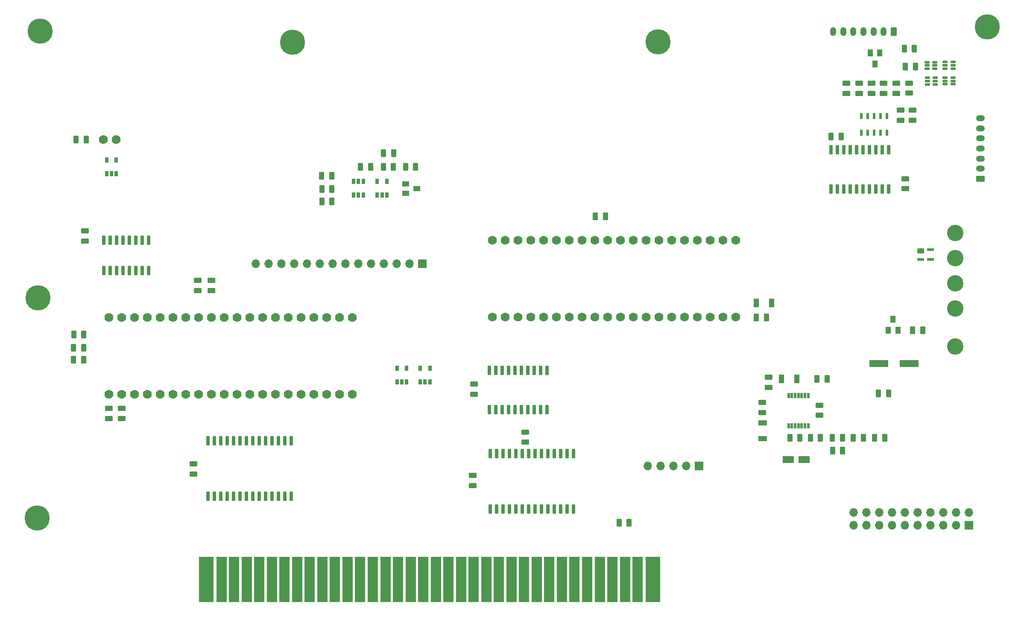
<source format=gbr>
%TF.GenerationSoftware,KiCad,Pcbnew,7.0.9*%
%TF.CreationDate,2024-01-30T12:33:28+01:00*%
%TF.ProjectId,FINESSE,46494e45-5353-4452-9e6b-696361645f70,rev?*%
%TF.SameCoordinates,Original*%
%TF.FileFunction,Soldermask,Top*%
%TF.FilePolarity,Negative*%
%FSLAX46Y46*%
G04 Gerber Fmt 4.6, Leading zero omitted, Abs format (unit mm)*
G04 Created by KiCad (PCBNEW 7.0.9) date 2024-01-30 12:33:28*
%MOMM*%
%LPD*%
G01*
G04 APERTURE LIST*
G04 Aperture macros list*
%AMRoundRect*
0 Rectangle with rounded corners*
0 $1 Rounding radius*
0 $2 $3 $4 $5 $6 $7 $8 $9 X,Y pos of 4 corners*
0 Add a 4 corners polygon primitive as box body*
4,1,4,$2,$3,$4,$5,$6,$7,$8,$9,$2,$3,0*
0 Add four circle primitives for the rounded corners*
1,1,$1+$1,$2,$3*
1,1,$1+$1,$4,$5*
1,1,$1+$1,$6,$7*
1,1,$1+$1,$8,$9*
0 Add four rect primitives between the rounded corners*
20,1,$1+$1,$2,$3,$4,$5,0*
20,1,$1+$1,$4,$5,$6,$7,0*
20,1,$1+$1,$6,$7,$8,$9,0*
20,1,$1+$1,$8,$9,$2,$3,0*%
G04 Aperture macros list end*
%ADD10C,5.000000*%
%ADD11C,0.604000*%
%ADD12RoundRect,0.050000X-0.700000X0.450000X-0.700000X-0.450000X0.700000X-0.450000X0.700000X0.450000X0*%
%ADD13RoundRect,0.050000X0.700000X-0.450000X0.700000X0.450000X-0.700000X0.450000X-0.700000X-0.450000X0*%
%ADD14RoundRect,0.050000X0.450000X0.700000X-0.450000X0.700000X-0.450000X-0.700000X0.450000X-0.700000X0*%
%ADD15RoundRect,0.050000X-0.450000X-0.700000X0.450000X-0.700000X0.450000X0.700000X-0.450000X0.700000X0*%
%ADD16RoundRect,0.047000X-0.608000X0.423000X-0.608000X-0.423000X0.608000X-0.423000X0.608000X0.423000X0*%
%ADD17RoundRect,0.027500X-0.627500X0.247500X-0.627500X-0.247500X0.627500X-0.247500X0.627500X0.247500X0*%
%ADD18RoundRect,0.030000X-0.270000X-0.495000X0.270000X-0.495000X0.270000X0.495000X-0.270000X0.495000X0*%
%ADD19RoundRect,0.030000X-0.270000X-0.870000X0.270000X-0.870000X0.270000X0.870000X-0.270000X0.870000X0*%
%ADD20RoundRect,0.030000X0.270000X0.870000X-0.270000X0.870000X-0.270000X-0.870000X0.270000X-0.870000X0*%
%ADD21R,3.000000X9.000000*%
%ADD22R,2.000000X9.000000*%
%ADD23RoundRect,0.050000X-0.450000X-0.835000X0.450000X-0.835000X0.450000X0.835000X-0.450000X0.835000X0*%
%ADD24RoundRect,0.050000X0.450000X0.835000X-0.450000X0.835000X-0.450000X-0.835000X0.450000X-0.835000X0*%
%ADD25RoundRect,0.020000X0.180000X-0.480000X0.180000X0.480000X-0.180000X0.480000X-0.180000X-0.480000X0*%
%ADD26R,1.700000X1.700000*%
%ADD27O,1.700000X1.700000*%
%ADD28RoundRect,0.020000X0.430000X-0.180000X0.430000X0.180000X-0.430000X0.180000X-0.430000X-0.180000X0*%
%ADD29RoundRect,0.020000X-0.430000X0.180000X-0.430000X-0.180000X0.430000X-0.180000X0.430000X0.180000X0*%
%ADD30RoundRect,0.050000X-0.835000X0.450000X-0.835000X-0.450000X0.835000X-0.450000X0.835000X0.450000X0*%
%ADD31RoundRect,0.050000X0.835000X-0.450000X0.835000X0.450000X-0.835000X0.450000X-0.835000X-0.450000X0*%
%ADD32RoundRect,0.070000X-1.830000X-0.630000X1.830000X-0.630000X1.830000X0.630000X-1.830000X0.630000X0*%
%ADD33RoundRect,0.050000X0.450000X0.650000X-0.450000X0.650000X-0.450000X-0.650000X0.450000X-0.650000X0*%
%ADD34RoundRect,0.250000X0.350000X0.625000X-0.350000X0.625000X-0.350000X-0.625000X0.350000X-0.625000X0*%
%ADD35O,1.200000X1.750000*%
%ADD36C,1.778000*%
%ADD37RoundRect,0.025000X-0.225000X-0.525000X0.225000X-0.525000X0.225000X0.525000X-0.225000X0.525000X0*%
%ADD38RoundRect,0.070000X-1.030000X-0.630000X1.030000X-0.630000X1.030000X0.630000X-1.030000X0.630000X0*%
%ADD39RoundRect,0.050000X-0.650000X0.450000X-0.650000X-0.450000X0.650000X-0.450000X0.650000X0.450000X0*%
%ADD40RoundRect,0.250000X0.625000X-0.350000X0.625000X0.350000X-0.625000X0.350000X-0.625000X-0.350000X0*%
%ADD41O,1.750000X1.200000*%
%ADD42RoundRect,0.050000X-0.450000X-0.650000X0.450000X-0.650000X0.450000X0.650000X-0.450000X0.650000X0*%
%ADD43C,3.250000*%
G04 APERTURE END LIST*
D10*
%TO.C,HOLE1*%
X4890000Y114320000D03*
D11*
X6290000Y115720000D03*
X6790000Y114320000D03*
X6290000Y112920000D03*
X3490000Y112920000D03*
X4890000Y112420000D03*
X3490000Y115720000D03*
X2990000Y114320000D03*
X4890000Y116220000D03*
%TD*%
D12*
%TO.C,R11*%
X149330000Y43601000D03*
D13*
X149330000Y45601000D03*
%TD*%
%TO.C,C21*%
X172080000Y103930000D03*
D12*
X172080000Y101930000D03*
%TD*%
D14*
%TO.C,R21*%
X171060000Y42400000D03*
D15*
X173060000Y42400000D03*
%TD*%
D12*
%TO.C,R17*%
X36130000Y62850000D03*
D13*
X36130000Y64850000D03*
%TD*%
D16*
%TO.C,U19*%
X179400000Y70725000D03*
D17*
X179400000Y69000000D03*
X181400000Y69000000D03*
X181400000Y70920000D03*
%TD*%
D13*
%TO.C,C34*%
X169670000Y103950000D03*
D12*
X169670000Y101950000D03*
%TD*%
D14*
%TO.C,C6*%
X68360000Y87340000D03*
D15*
X70360000Y87340000D03*
%TD*%
D18*
%TO.C,U4*%
X80220000Y44680000D03*
X81170000Y44680000D03*
X82120000Y44680000D03*
X82120000Y47380000D03*
X80220000Y47380000D03*
%TD*%
D19*
%TO.C,U13*%
X93960000Y39160000D03*
X95230000Y39160000D03*
X96500000Y39160000D03*
X97770000Y39160000D03*
X99040000Y39160000D03*
X100310000Y39160000D03*
X101580000Y39160000D03*
X102850000Y39160000D03*
X104120000Y39160000D03*
X105390000Y39160000D03*
D20*
X105390000Y46960000D03*
X104120000Y46960000D03*
D19*
X102850000Y46960000D03*
X101580000Y46960000D03*
X100310000Y46960000D03*
X99040000Y46960000D03*
X97770000Y46960000D03*
X96500000Y46960000D03*
X95230000Y46960000D03*
X93960000Y46960000D03*
%TD*%
D14*
%TO.C,R18*%
X176410000Y107240000D03*
D15*
X178410000Y107240000D03*
%TD*%
D18*
%TO.C,U1*%
X75630000Y44670000D03*
X76580000Y44670000D03*
X77530000Y44670000D03*
X77530000Y47370000D03*
X75630000Y47370000D03*
%TD*%
D13*
%TO.C,C30*%
X174590000Y103950000D03*
D12*
X174590000Y101950000D03*
%TD*%
D10*
%TO.C,HOLE3*%
X4390000Y61340000D03*
D11*
X5790000Y62740000D03*
X6290000Y61340000D03*
X5790000Y59940000D03*
X2990000Y59940000D03*
X4390000Y59440000D03*
X2990000Y62740000D03*
X2490000Y61340000D03*
X4390000Y63240000D03*
%TD*%
D14*
%TO.C,R1*%
X119620000Y16780000D03*
D15*
X121620000Y16780000D03*
%TD*%
D13*
%TO.C,C39*%
X164740000Y103950000D03*
D12*
X164740000Y101950000D03*
%TD*%
D21*
%TO.C,P2*%
X37810000Y5460000D03*
D22*
X40810000Y5460000D03*
X43310000Y5460000D03*
X45810000Y5460000D03*
X48310000Y5460000D03*
X50810000Y5460000D03*
X53310000Y5460000D03*
X55810000Y5460000D03*
X58310000Y5460000D03*
X60810000Y5460000D03*
X63310000Y5460000D03*
X65810000Y5460000D03*
X68310000Y5460000D03*
X70810000Y5460000D03*
X73310000Y5460000D03*
X75810000Y5460000D03*
X78310000Y5460000D03*
X80810000Y5460000D03*
X83310000Y5460000D03*
X85810000Y5460000D03*
X88310000Y5460000D03*
X90810000Y5460000D03*
X93310000Y5460000D03*
X95810000Y5460000D03*
X98310000Y5460000D03*
X100810000Y5460000D03*
X103310000Y5460000D03*
X105810000Y5460000D03*
X108310000Y5460000D03*
X110810000Y5460000D03*
X113310000Y5460000D03*
X115810000Y5460000D03*
X118310000Y5460000D03*
X120810000Y5460000D03*
X123310000Y5460000D03*
D21*
X126310000Y5460000D03*
%TD*%
D19*
%TO.C,U15*%
X17500000Y66780000D03*
X18770000Y66780000D03*
X20040000Y66780000D03*
X21310000Y66780000D03*
X22580000Y66780000D03*
X23850000Y66780000D03*
X25120000Y66780000D03*
X26390000Y66780000D03*
X26390000Y72780000D03*
X25120000Y72780000D03*
X23850000Y72780000D03*
X22580000Y72780000D03*
X21310000Y72780000D03*
X20040000Y72780000D03*
X18770000Y72780000D03*
X17500000Y72780000D03*
%TD*%
D15*
%TO.C,R20*%
X13970000Y92810000D03*
D14*
X11970000Y92810000D03*
%TD*%
%TO.C,R5*%
X60700000Y80550000D03*
D15*
X62700000Y80550000D03*
%TD*%
D23*
%TO.C,C10*%
X154895000Y45271000D03*
D24*
X151825000Y45271000D03*
%TD*%
D19*
%TO.C,U6*%
X94060000Y19480000D03*
X95330000Y19480000D03*
X96600000Y19480000D03*
X97870000Y19480000D03*
X99140000Y19480000D03*
X100410000Y19480000D03*
X101680000Y19480000D03*
X102950000Y19480000D03*
X104220000Y19480000D03*
X105490000Y19480000D03*
X106760000Y19480000D03*
X108030000Y19480000D03*
X109300000Y19480000D03*
X110570000Y19480000D03*
X110570000Y30480000D03*
X109300000Y30480000D03*
X108030000Y30480000D03*
X106760000Y30480000D03*
X105490000Y30480000D03*
X104220000Y30480000D03*
X102950000Y30480000D03*
X101680000Y30480000D03*
X100410000Y30480000D03*
X99140000Y30480000D03*
X97870000Y30480000D03*
X96600000Y30480000D03*
X95330000Y30480000D03*
X94060000Y30480000D03*
%TD*%
D13*
%TO.C,C3*%
X90590000Y26160000D03*
D12*
X90590000Y24160000D03*
%TD*%
D25*
%TO.C,U12*%
X153250000Y35970000D03*
X153900000Y35970000D03*
X154550000Y35970000D03*
X155200000Y35970000D03*
X155850000Y35970000D03*
X156500000Y35970000D03*
X157150000Y35970000D03*
X157150000Y41970000D03*
X156500000Y41970000D03*
X155850000Y41970000D03*
X155200000Y41970000D03*
X154550000Y41970000D03*
X153900000Y41970000D03*
X153250000Y41970000D03*
%TD*%
D14*
%TO.C,C1*%
X72900000Y87330000D03*
D15*
X74900000Y87330000D03*
%TD*%
D13*
%TO.C,R8*%
X18490000Y39430000D03*
D12*
X18490000Y37430000D03*
%TD*%
D26*
%TO.C,J4*%
X135490000Y27990000D03*
D27*
X132950000Y27990000D03*
X130410000Y27990000D03*
X127870000Y27990000D03*
X125330000Y27990000D03*
%TD*%
D13*
%TO.C,C14*%
X90860000Y44230000D03*
D12*
X90860000Y42230000D03*
%TD*%
D13*
%TO.C,C23*%
X177150000Y103980000D03*
D12*
X177150000Y101980000D03*
%TD*%
D18*
%TO.C,U7*%
X67010000Y81770000D03*
X67960000Y81770000D03*
X68910000Y81770000D03*
X68910000Y84470000D03*
X67960000Y84470000D03*
X67010000Y84470000D03*
%TD*%
D28*
%TO.C,DA4*%
X182350000Y103740000D03*
X182350000Y104390000D03*
X182350000Y105040000D03*
X180750000Y105040000D03*
X180750000Y104390000D03*
X180750000Y103740000D03*
%TD*%
D10*
%TO.C,HOLE6*%
X54910000Y112060000D03*
D11*
X56310000Y113460000D03*
X56810000Y112060000D03*
X56310000Y110660000D03*
X53510000Y110660000D03*
X54910000Y110160000D03*
X53510000Y113460000D03*
X53010000Y112060000D03*
X54910000Y113960000D03*
%TD*%
D23*
%TO.C,C22*%
X149905000Y60360000D03*
D24*
X146835000Y60360000D03*
%TD*%
D26*
%TO.C,J3*%
X80620000Y68120000D03*
D27*
X78080000Y68120000D03*
X75540000Y68120000D03*
X73000000Y68120000D03*
X70460000Y68120000D03*
X67920000Y68120000D03*
X65380000Y68120000D03*
X62840000Y68120000D03*
X60300000Y68120000D03*
X57760000Y68120000D03*
X55220000Y68120000D03*
X52680000Y68120000D03*
X50140000Y68120000D03*
X47600000Y68120000D03*
%TD*%
D13*
%TO.C,C2*%
X35210000Y28420000D03*
D12*
X35210000Y26420000D03*
%TD*%
D29*
%TO.C,DA1*%
X184300000Y108160000D03*
X184300000Y107510000D03*
X184300000Y106860000D03*
X185900000Y106860000D03*
X185900000Y107510000D03*
X185900000Y108160000D03*
%TD*%
D30*
%TO.C,C16*%
X148080000Y33475000D03*
D31*
X148080000Y36545000D03*
%TD*%
D10*
%TO.C,HOLE5*%
X127350000Y112180000D03*
D11*
X128750000Y113580000D03*
X129250000Y112180000D03*
X128750000Y110780000D03*
X125950000Y110780000D03*
X127350000Y110280000D03*
X125950000Y113580000D03*
X125450000Y112180000D03*
X127350000Y114080000D03*
%TD*%
D15*
%TO.C,R2*%
X116930000Y77540000D03*
D14*
X114930000Y77540000D03*
%TD*%
%TO.C,R3*%
X60700000Y83000000D03*
D15*
X62700000Y83000000D03*
%TD*%
D14*
%TO.C,R7*%
X11490000Y51510000D03*
D15*
X13490000Y51510000D03*
%TD*%
D12*
%TO.C,R13*%
X148000000Y38600000D03*
D13*
X148000000Y40600000D03*
%TD*%
D12*
%TO.C,R15*%
X38790000Y62840000D03*
D13*
X38790000Y64840000D03*
%TD*%
D14*
%TO.C,C24*%
X146860000Y57500000D03*
D15*
X148860000Y57500000D03*
%TD*%
D14*
%TO.C,C8*%
X72920000Y90080000D03*
D15*
X74920000Y90080000D03*
%TD*%
D32*
%TO.C,C31*%
X177110000Y48320000D03*
X171110000Y48320000D03*
%TD*%
D14*
%TO.C,R10*%
X158880000Y45261000D03*
D15*
X160880000Y45261000D03*
%TD*%
D10*
%TO.C,HOLE2*%
X4230000Y17670000D03*
D11*
X5630000Y19070000D03*
X6130000Y17670000D03*
X5630000Y16270000D03*
X2830000Y16270000D03*
X4230000Y15770000D03*
X2830000Y19070000D03*
X2330000Y17670000D03*
X4230000Y19570000D03*
%TD*%
D33*
%TO.C,DA5*%
X171310000Y109950000D03*
X169410000Y109950000D03*
X170360000Y107750000D03*
%TD*%
D13*
%TO.C,R6*%
X21060000Y39430000D03*
D12*
X21060000Y37430000D03*
%TD*%
D13*
%TO.C,C25*%
X101040000Y34720000D03*
D12*
X101040000Y32720000D03*
%TD*%
D15*
%TO.C,R16*%
X163690000Y93390000D03*
D14*
X161690000Y93390000D03*
%TD*%
D34*
%TO.C,H5*%
X174100000Y114240000D03*
D35*
X172100000Y114240000D03*
X170100000Y114240000D03*
X168100000Y114240000D03*
X166100000Y114240000D03*
X164100000Y114240000D03*
X162100000Y114240000D03*
%TD*%
D15*
%TO.C,C17*%
X13500000Y54120000D03*
D14*
X11500000Y54120000D03*
%TD*%
D13*
%TO.C,C37*%
X167270000Y103940000D03*
D12*
X167270000Y101940000D03*
%TD*%
D15*
%TO.C,R19*%
X179820000Y54960000D03*
D14*
X177820000Y54960000D03*
%TD*%
D19*
%TO.C,U17*%
X161690000Y82990000D03*
X162960000Y82990000D03*
X164230000Y82990000D03*
X165500000Y82990000D03*
X166770000Y82990000D03*
X168040000Y82990000D03*
X169310000Y82990000D03*
X170580000Y82990000D03*
X171850000Y82990000D03*
X173120000Y82990000D03*
D20*
X173120000Y90790000D03*
X171850000Y90790000D03*
D19*
X170580000Y90790000D03*
X169310000Y90790000D03*
X168040000Y90790000D03*
X166770000Y90790000D03*
X165500000Y90790000D03*
X164230000Y90790000D03*
X162960000Y90790000D03*
X161690000Y90790000D03*
%TD*%
D15*
%TO.C,C5*%
X79300000Y87350000D03*
D14*
X77300000Y87350000D03*
%TD*%
D36*
%TO.C,U16*%
X94510000Y57580000D03*
X97050000Y57580000D03*
X99590000Y57580000D03*
X102130000Y57580000D03*
X104670000Y57580000D03*
X107210000Y57580000D03*
X109750000Y57580000D03*
X112290000Y57580000D03*
X114830000Y57580000D03*
X117370000Y57580000D03*
X119910000Y57580000D03*
X122450000Y57580000D03*
X124990000Y57580000D03*
X127530000Y57580000D03*
X130070000Y57580000D03*
X132610000Y57580000D03*
X135150000Y57580000D03*
X137690000Y57580000D03*
X140230000Y57580000D03*
X142770000Y57580000D03*
X142770000Y72820000D03*
X140230000Y72820000D03*
X137690000Y72820000D03*
X135150000Y72820000D03*
X132610000Y72820000D03*
X130070000Y72820000D03*
X127530000Y72820000D03*
X124990000Y72820000D03*
X122450000Y72820000D03*
X119910000Y72820000D03*
X117370000Y72820000D03*
X114830000Y72820000D03*
X112290000Y72820000D03*
X109750000Y72820000D03*
X107210000Y72820000D03*
X104670000Y72820000D03*
X102130000Y72820000D03*
X99590000Y72820000D03*
X97050000Y72820000D03*
X94510000Y72820000D03*
%TD*%
D37*
%TO.C,RA1*%
X167650000Y94170000D03*
X168920000Y94170000D03*
X170190000Y94170000D03*
X171460000Y94170000D03*
X172730000Y94170000D03*
X172730000Y97470000D03*
X171460000Y97470000D03*
X170190000Y97470000D03*
X168920000Y97470000D03*
X167650000Y97470000D03*
%TD*%
D18*
%TO.C,U18*%
X18060000Y85990000D03*
X19010000Y85990000D03*
X19960000Y85990000D03*
X19960000Y88690000D03*
X18060000Y88690000D03*
%TD*%
D28*
%TO.C,DA2*%
X185900000Y103750000D03*
X185900000Y104400000D03*
X185900000Y105050000D03*
X184300000Y105050000D03*
X184300000Y104400000D03*
X184300000Y103750000D03*
%TD*%
D38*
%TO.C,C15*%
X156360000Y29270000D03*
X153160000Y29270000D03*
%TD*%
D19*
%TO.C,U5*%
X38140000Y21970000D03*
X39410000Y21970000D03*
X40680000Y21970000D03*
X41950000Y21970000D03*
X43220000Y21970000D03*
X44490000Y21970000D03*
X45760000Y21970000D03*
X47030000Y21970000D03*
X48300000Y21970000D03*
X49570000Y21970000D03*
X50840000Y21970000D03*
X52110000Y21970000D03*
X53380000Y21970000D03*
X54650000Y21970000D03*
X54650000Y32970000D03*
X53380000Y32970000D03*
X52110000Y32970000D03*
X50840000Y32970000D03*
X49570000Y32970000D03*
X48300000Y32970000D03*
X47030000Y32970000D03*
X45760000Y32970000D03*
X44490000Y32970000D03*
X43220000Y32970000D03*
X41950000Y32970000D03*
X40680000Y32970000D03*
X39410000Y32970000D03*
X38140000Y32970000D03*
%TD*%
D39*
%TO.C,U9*%
X77300000Y84020000D03*
X77300000Y82120000D03*
X79500000Y83070000D03*
%TD*%
D12*
%TO.C,C11*%
X159390000Y38060000D03*
D13*
X159390000Y40060000D03*
%TD*%
D36*
%TO.C,D1*%
X17390000Y92810000D03*
X19930000Y92810000D03*
%TD*%
D13*
%TO.C,C33*%
X176380000Y85020000D03*
D12*
X176380000Y83020000D03*
%TD*%
D14*
%TO.C,C35*%
X166080000Y33610000D03*
D15*
X168080000Y33610000D03*
%TD*%
D13*
%TO.C,C26*%
X177840000Y98600000D03*
D12*
X177840000Y96600000D03*
%TD*%
D29*
%TO.C,DA3*%
X180670000Y108150000D03*
X180670000Y107500000D03*
X180670000Y106850000D03*
X182270000Y106850000D03*
X182270000Y107500000D03*
X182270000Y108150000D03*
%TD*%
D14*
%TO.C,R14*%
X153490000Y33580000D03*
D15*
X155490000Y33580000D03*
%TD*%
D40*
%TO.C,H6*%
X191300000Y85000000D03*
D41*
X191300000Y87000000D03*
X191300000Y89000000D03*
X191300000Y91000000D03*
X191300000Y93000000D03*
X191300000Y95000000D03*
X191300000Y97000000D03*
%TD*%
D13*
%TO.C,C19*%
X175420000Y98630000D03*
D12*
X175420000Y96630000D03*
%TD*%
D26*
%TO.C,J6*%
X189000000Y16260000D03*
D27*
X189000000Y18800000D03*
X186460000Y16260000D03*
X186460000Y18800000D03*
X183920000Y16260000D03*
X183920000Y18800000D03*
X181380000Y16260000D03*
X181380000Y18800000D03*
X178840000Y16260000D03*
X178840000Y18800000D03*
X176300000Y16260000D03*
X176300000Y18800000D03*
X173760000Y16260000D03*
X173760000Y18800000D03*
X171220000Y16260000D03*
X171220000Y18800000D03*
X168680000Y16260000D03*
X168680000Y18800000D03*
X166140000Y16260000D03*
X166140000Y18800000D03*
%TD*%
D14*
%TO.C,R4*%
X60640000Y85570000D03*
D15*
X62640000Y85570000D03*
%TD*%
%TO.C,C12*%
X163940000Y33607000D03*
D14*
X161940000Y33607000D03*
%TD*%
%TO.C,R12*%
X170310000Y33610000D03*
D15*
X172310000Y33610000D03*
%TD*%
%TO.C,C13*%
X163960000Y31040000D03*
D14*
X161960000Y31040000D03*
%TD*%
D18*
%TO.C,U8*%
X71680000Y81760000D03*
X72630000Y81760000D03*
X73580000Y81760000D03*
X73580000Y84460000D03*
X71680000Y84460000D03*
%TD*%
D10*
%TO.C,HOLE4*%
X192610000Y115100000D03*
D11*
X194010000Y116500000D03*
X194510000Y115100000D03*
X194010000Y113700000D03*
X191210000Y113700000D03*
X192610000Y113200000D03*
X191210000Y116500000D03*
X190710000Y115100000D03*
X192610000Y117000000D03*
%TD*%
D36*
%TO.C,U14*%
X18490000Y42220000D03*
X21030000Y42220000D03*
X23570000Y42220000D03*
X26110000Y42220000D03*
X28650000Y42220000D03*
X31190000Y42220000D03*
X33730000Y42220000D03*
X36270000Y42220000D03*
X38810000Y42220000D03*
X41350000Y42220000D03*
X43890000Y42220000D03*
X46430000Y42220000D03*
X48970000Y42220000D03*
X51510000Y42220000D03*
X54050000Y42220000D03*
X56590000Y42220000D03*
X59130000Y42220000D03*
X61670000Y42220000D03*
X64210000Y42220000D03*
X66750000Y42220000D03*
X66750000Y57460000D03*
X64210000Y57460000D03*
X61670000Y57460000D03*
X59130000Y57460000D03*
X56590000Y57460000D03*
X54050000Y57460000D03*
X51510000Y57460000D03*
X48970000Y57460000D03*
X46430000Y57460000D03*
X43890000Y57460000D03*
X41350000Y57460000D03*
X38810000Y57460000D03*
X36270000Y57460000D03*
X33730000Y57460000D03*
X31190000Y57460000D03*
X28650000Y57460000D03*
X26110000Y57460000D03*
X23570000Y57460000D03*
X21030000Y57460000D03*
X18490000Y57460000D03*
%TD*%
D14*
%TO.C,R9*%
X11490000Y49070000D03*
D15*
X13490000Y49070000D03*
%TD*%
D12*
%TO.C,C18*%
X13770000Y72640000D03*
D13*
X13770000Y74640000D03*
%TD*%
D42*
%TO.C,Q1*%
X173020000Y54950000D03*
X174920000Y54950000D03*
X173970000Y57150000D03*
%TD*%
D14*
%TO.C,R22*%
X157580000Y33590000D03*
D15*
X159580000Y33590000D03*
%TD*%
%TO.C,C20*%
X178190000Y110830000D03*
D14*
X176190000Y110830000D03*
%TD*%
D43*
%TO.C,J1*%
X186310000Y51750000D03*
X186310000Y59250000D03*
X186310000Y64250000D03*
X186310000Y69250000D03*
X186310000Y74250000D03*
%TD*%
M02*

</source>
